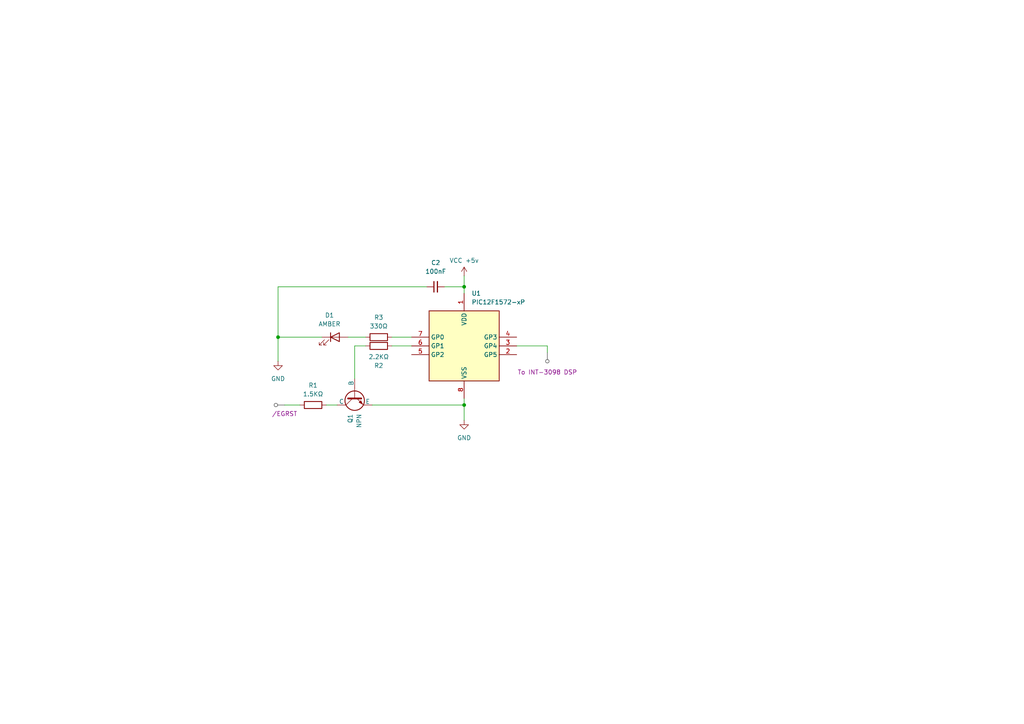
<source format=kicad_sch>
(kicad_sch (version 20250114) (generator "eeschema") (generator_version "9.0")
  (paper "A4")
  (lib_symbols
    (symbol "Device:C_Small" (pin_numbers (hide yes)) (pin_names (offset 0.254) (hide yes))
      (property "Reference" "C" (at 0.254 1.778 0))
      (property "Value" "C_Small" (at 0.254 -2.032 0))
      (symbol "C_Small_0_1"
        (polyline (pts (xy -1.524 0.508) (xy 1.524 0.508)) (stroke (width 0.3048)))
        (polyline (pts (xy -1.524 -0.508) (xy 1.524 -0.508)) (stroke (width 0.3302)))
      )
      (symbol "C_Small_1_1"
        (pin passive line (at 0 2.54 270) (length 2.032) (name "~") (number "1"))
        (pin passive line (at 0 -2.54 90) (length 2.032) (name "~") (number "2"))
      )
    )
    (symbol "Device:LED" (pin_numbers (hide yes)) (pin_names (offset 1.016) (hide yes))
      (property "Reference" "D" (at 0 2.54 0))
      (property "Value" "LED" (at 0 -2.54 0))
      (symbol "LED_0_1"
        (polyline (pts (xy -3.048 -0.762) (xy -4.572 -2.286) (xy -3.81 -2.286) (xy -4.572 -2.286) (xy -4.572 -1.524)))
        (polyline (pts (xy -1.778 -0.762) (xy -3.302 -2.286) (xy -2.54 -2.286) (xy -3.302 -2.286) (xy -3.302 -1.524)))
        (polyline (pts (xy -1.27 0) (xy 1.27 0)))
        (polyline (pts (xy -1.27 -1.27) (xy -1.27 1.27)) (stroke (width 0.254)))
        (polyline (pts (xy 1.27 -1.27) (xy 1.27 1.27) (xy -1.27 0) (xy 1.27 -1.27)) (stroke (width 0.254)))
      )
      (symbol "LED_1_1"
        (pin passive line (at -3.81 0 0) (length 2.54) (name "K") (number "1"))
        (pin passive line (at 3.81 0 180) (length 2.54) (name "A") (number "2"))
      )
    )
    (symbol "Device:R" (pin_numbers (hide yes)) (pin_names (offset 0))
      (property "Reference" "R" (at 2.032 0 90))
      (property "Value" "R" (at 0 0 90))
      (symbol "R_0_1"
        (rectangle (start -1.016 -2.54) (end 1.016 2.54) (stroke (width 0.254)))
      )
      (symbol "R_1_1"
        (pin passive line (at 0 3.81 270) (length 1.27) (name "~") (number "1"))
        (pin passive line (at 0 -3.81 90) (length 1.27) (name "~") (number "2"))
      )
    )
    (symbol "MCU_Microchip_PIC12:PIC12F1572-xP"
      (property "Reference" "U" (at 1.27 13.97 0))
      (property "Value" "PIC12F1572-xP" (at 1.27 11.43 0))
      (symbol "PIC12F1572-xP_0_1"
        (rectangle (start 10.16 -10.16) (end -10.16 10.16) (stroke (width 0.254)) (fill (type background)))
      )
      (symbol "PIC12F1572-xP_1_1"
        (pin bidirectional line (at -15.24 2.54 0) (length 5.08) (name "GP0") (number "7"))
        (pin bidirectional line (at -15.24 0 0) (length 5.08) (name "GP1") (number "6"))
        (pin bidirectional line (at -15.24 -2.54 0) (length 5.08) (name "GP2") (number "5"))
        (pin power_in line (at 0 15.24 270) (length 5.08) (name "VDD") (number "1"))
        (pin power_in line (at 0 -15.24 90) (length 5.08) (name "VSS") (number "8"))
        (pin input line (at 15.24 2.54 180) (length 5.08) (name "GP3") (number "4"))
        (pin bidirectional line (at 15.24 0 180) (length 5.08) (name "GP4") (number "3"))
        (pin bidirectional line (at 15.24 -2.54 180) (length 5.08) (name "GP5") (number "2"))
      )
    )
    (symbol "Simulation_SPICE:NPN" (pin_numbers (hide yes)) (pin_names (offset 0))
      (property "Reference" "Q" (at -2.54 7.62 0))
      (property "Value" "NPN" (at -2.54 5.08 0))
      (symbol "NPN_0_1"
        (polyline (pts (xy -2.54 0) (xy 0.635 0)) (stroke (width 0.1524)))
        (polyline (pts (xy 0.635 1.905) (xy 0.635 -1.905) (xy 0.635 -1.905)) (stroke (width 0.508)))
        (polyline (pts (xy 0.635 0.635) (xy 2.54 2.54)))
        (polyline (pts (xy 0.635 -0.635) (xy 2.54 -2.54) (xy 2.54 -2.54)))
        (circle (center 1.27 0) (radius 2.8194) (stroke (width 0.254)))
        (polyline (pts (xy 1.27 -1.778) (xy 1.778 -1.27) (xy 2.286 -2.286) (xy 1.27 -1.778) (xy 1.27 -1.778)) (fill (type outline)))
        (polyline (pts (xy 2.794 -1.27) (xy 2.794 -1.27)) (stroke (width 0.1524)))
        (polyline (pts (xy 2.794 -1.27) (xy 2.794 -1.27)) (stroke (width 0.1524)))
      )
      (symbol "NPN_1_1"
        (pin input line (at -5.08 0 0) (length 2.54) (name "B") (number "2"))
        (pin open_collector line (at 2.54 5.08 270) (length 2.54) (name "C") (number "1"))
        (pin open_emitter line (at 2.54 -5.08 90) (length 2.54) (name "E") (number "3"))
      )
    )
    (symbol "power:GND" (power) (pin_numbers (hide yes)) (pin_names (offset 0) (hide yes))
      (property "Value" "GND" (at 0 -3.81 0))
      (symbol "GND_0_1"
        (polyline (pts (xy 0 0) (xy 0 -1.27) (xy 1.27 -1.27) (xy 0 -2.54) (xy -1.27 -1.27) (xy 0 -1.27)))
      )
      (symbol "GND_1_1"
        (pin power_in line (at 0 0 270) (length 0) (name "~") (number "1"))
      )
    )
    (symbol "power:VCC" (power) (pin_numbers (hide yes)) (pin_names (offset 0) (hide yes))
      (property "Value" "VCC" (at 0 3.556 0))
      (symbol "VCC_0_1"
        (polyline (pts (xy -0.762 1.27) (xy 0 2.54)))
        (polyline (pts (xy 0 2.54) (xy 0.762 1.27)))
        (polyline (pts (xy 0 0) (xy 0 2.54)))
      )
      (symbol "VCC_1_1"
        (pin power_in line (at 0 0 90) (length 0) (name "~") (number "1"))
      )
    )
  )
  (junction (at 134.62 83.185))
  (junction (at 80.645 97.79))
  (junction (at 134.62 117.475))
  (wire (pts (xy 80.645 97.79) (xy 80.645 104.775)))
  (wire (pts (xy 102.87 100.33) (xy 102.87 109.855)))
  (wire (pts (xy 107.95 117.475) (xy 134.62 117.475)))
  (wire (pts (xy 100.965 97.79) (xy 106.045 97.79)))
  (wire (pts (xy 134.62 80.01) (xy 134.62 83.185)))
  (wire (pts (xy 93.345 97.79) (xy 80.645 97.79)))
  (wire (pts (xy 134.62 115.57) (xy 134.62 117.475)))
  (wire (pts (xy 134.62 83.185) (xy 134.62 85.09)))
  (wire (pts (xy 113.665 97.79) (xy 119.38 97.79)))
  (wire (pts (xy 94.615 117.475) (xy 97.79 117.475)))
  (wire (pts (xy 128.905 83.185) (xy 134.62 83.185)))
  (wire (pts (xy 123.825 83.185) (xy 80.645 83.185)))
  (wire (pts (xy 158.75 100.33) (xy 149.86 100.33)))
  (wire (pts (xy 80.645 83.185) (xy 80.645 97.79)))
  (wire (pts (xy 134.62 117.475) (xy 134.62 121.92)))
  (wire (pts (xy 106.045 100.33) (xy 102.87 100.33)))
  (wire (pts (xy 82.55 117.475) (xy 86.995 117.475)))
  (wire (pts (xy 113.665 100.33) (xy 119.38 100.33)))
  (wire (pts (xy 158.75 102.235) (xy 158.75 100.33)))
  (netclass_flag "" (length 2.54) (shape round) (at 158.75 102.235 180) (property "Netclass" "To INT-3098 DSP" (at 158.75 107.95 0)))
  (netclass_flag "" (length 2.54) (shape round) (at 82.55 117.475 90) (property "Netclass" "/EGRST" (at 82.55 120.015 0)))
  (symbol (lib_id "Device:R") (at 109.855 97.79 90) (unit 1)
    (property "Reference" "R3" (at 109.855 92.075 90))
    (property "Value" "330Ω" (at 109.855 94.615 90))
    (property "Description" "Resistor" (effects (hide yes)))
  )
  (symbol (lib_id "Device:R") (at 90.805 117.475 90) (unit 1)
    (property "Reference" "R1" (at 90.805 111.76 90))
    (property "Value" "1.5KΩ" (at 90.805 114.3 90))
    (property "Description" "Resistor" (effects (hide yes)))
  )
  (symbol (lib_id "Device:C_Small") (at 126.365 83.185 90) (unit 1)
    (property "Reference" "C2" (at 126.3713 76.2 90))
    (property "Value" "100nF" (at 126.3713 78.74 90))
    (property "Description" "Unpolarized capacitor, small symbol" (effects (hide yes)))
  )
  (symbol (lib_id "power:VCC") (at 134.62 80.01 0) (unit 1)
    (property "Reference" "#PWR01" (effects (hide yes)))
    (property "Value" "VCC +5v" (at 134.62 75.565 0))
    (property "Description" "Power symbol creates a global label with name \"VCC\"" (effects (hide yes)))
  )
  (symbol (lib_id "Device:R") (at 109.855 100.33 90) (mirror x) (unit 1)
    (property "Reference" "R2" (at 109.855 106.045 90))
    (property "Value" "2.2KΩ" (at 109.855 103.505 90))
    (property "Description" "Resistor" (effects (hide yes)))
  )
  (symbol (lib_id "MCU_Microchip_PIC12:PIC12F1572-xP") (at 134.62 100.33 0) (unit 1)
    (property "Reference" "U1" (at 136.7633 85.09 0) (effects (justify left)))
    (property "Value" "PIC12F1572-xP" (at 136.7633 87.63 0) (effects (justify left)))
    (property "Footprint" "Package_DIP:DIP-8_W7.62mm" (effects (hide yes)))
    (property "Datasheet" "https://ww1.microchip.com/downloads/en/DeviceDoc/40001723D.pdf" (effects (hide yes)))
    (property "Description" "2048W Flash, 128B SRAM, 8-bit PIC MCU, PDIP-8" (effects (hide yes)))
  )
  (symbol (lib_id "Simulation_SPICE:NPN") (at 102.87 114.935 90) (mirror x) (unit 1)
    (property "Reference" "Q1" (at 101.5999 120.015 0) (effects (justify left)))
    (property "Value" "NPN" (at 104.1399 120.015 0) (effects (justify left)))
    (property "Datasheet" "https://ngspice.sourceforge.io/docs/ngspice-html-manual/manual.xhtml#cha_BJTs" (effects (hide yes)))
    (property "Description" "Bipolar transistor symbol for simulation only, substrate tied to the emitter" (effects (hide yes)))
    (property "Sim.Device" "NPN" (effects (hide yes)))
    (property "Sim.Type" "GUMMELPOON" (effects (hide yes)))
    (property "Sim.Pins" "1=C 2=B 3=E" (effects (hide yes)))
  )
  (symbol (lib_id "power:GND") (at 134.62 121.92 0) (unit 1)
    (property "Reference" "#PWR02" (effects (hide yes)))
    (property "Value" "GND" (at 134.62 127 0))
    (property "Description" "Power symbol creates a global label with name \"GND\" , ground" (effects (hide yes)))
  )
  (symbol (lib_id "power:GND") (at 80.645 104.775 0) (unit 1)
    (property "Reference" "#PWR04" (effects (hide yes)))
    (property "Value" "GND" (at 80.645 109.855 0))
    (property "Description" "Power symbol creates a global label with name \"GND\" , ground" (effects (hide yes)))
  )
  (symbol (lib_id "Device:LED") (at 97.155 97.79 0) (unit 1)
    (property "Reference" "D1" (at 95.5675 91.44 0))
    (property "Value" "AMBER" (at 95.5675 93.98 0))
    (property "Description" "Light emitting diode" (effects (hide yes)))
    (property "Sim.Pins" "1=K 2=A" (effects (hide yes)))
  )
)
</source>
